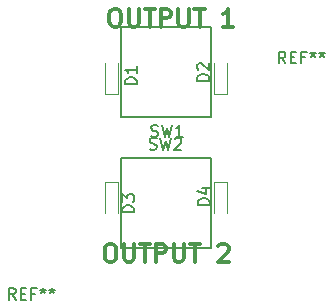
<source format=gto>
G04 #@! TF.FileFunction,Legend,Top*
%FSLAX46Y46*%
G04 Gerber Fmt 4.6, Leading zero omitted, Abs format (unit mm)*
G04 Created by KiCad (PCBNEW 4.0.7) date 03/02/18 21:06:54*
%MOMM*%
%LPD*%
G01*
G04 APERTURE LIST*
%ADD10C,0.100000*%
%ADD11C,0.300000*%
%ADD12C,0.120000*%
%ADD13C,0.150000*%
G04 APERTURE END LIST*
D10*
D11*
X130353623Y-103826051D02*
X130639337Y-103826051D01*
X130782195Y-103897480D01*
X130925052Y-104040337D01*
X130996480Y-104326051D01*
X130996480Y-104826051D01*
X130925052Y-105111766D01*
X130782195Y-105254623D01*
X130639337Y-105326051D01*
X130353623Y-105326051D01*
X130210766Y-105254623D01*
X130067909Y-105111766D01*
X129996480Y-104826051D01*
X129996480Y-104326051D01*
X130067909Y-104040337D01*
X130210766Y-103897480D01*
X130353623Y-103826051D01*
X131639338Y-103826051D02*
X131639338Y-105040337D01*
X131710766Y-105183194D01*
X131782195Y-105254623D01*
X131925052Y-105326051D01*
X132210766Y-105326051D01*
X132353624Y-105254623D01*
X132425052Y-105183194D01*
X132496481Y-105040337D01*
X132496481Y-103826051D01*
X132996481Y-103826051D02*
X133853624Y-103826051D01*
X133425053Y-105326051D02*
X133425053Y-103826051D01*
X134353624Y-105326051D02*
X134353624Y-103826051D01*
X134925052Y-103826051D01*
X135067910Y-103897480D01*
X135139338Y-103968909D01*
X135210767Y-104111766D01*
X135210767Y-104326051D01*
X135139338Y-104468909D01*
X135067910Y-104540337D01*
X134925052Y-104611766D01*
X134353624Y-104611766D01*
X135853624Y-103826051D02*
X135853624Y-105040337D01*
X135925052Y-105183194D01*
X135996481Y-105254623D01*
X136139338Y-105326051D01*
X136425052Y-105326051D01*
X136567910Y-105254623D01*
X136639338Y-105183194D01*
X136710767Y-105040337D01*
X136710767Y-103826051D01*
X137210767Y-103826051D02*
X138067910Y-103826051D01*
X137639339Y-105326051D02*
X137639339Y-103826051D01*
X139639338Y-103968909D02*
X139710767Y-103897480D01*
X139853624Y-103826051D01*
X140210767Y-103826051D01*
X140353624Y-103897480D01*
X140425053Y-103968909D01*
X140496481Y-104111766D01*
X140496481Y-104254623D01*
X140425053Y-104468909D01*
X139567910Y-105326051D01*
X140496481Y-105326051D01*
X130753623Y-83926051D02*
X131039337Y-83926051D01*
X131182195Y-83997480D01*
X131325052Y-84140337D01*
X131396480Y-84426051D01*
X131396480Y-84926051D01*
X131325052Y-85211766D01*
X131182195Y-85354623D01*
X131039337Y-85426051D01*
X130753623Y-85426051D01*
X130610766Y-85354623D01*
X130467909Y-85211766D01*
X130396480Y-84926051D01*
X130396480Y-84426051D01*
X130467909Y-84140337D01*
X130610766Y-83997480D01*
X130753623Y-83926051D01*
X132039338Y-83926051D02*
X132039338Y-85140337D01*
X132110766Y-85283194D01*
X132182195Y-85354623D01*
X132325052Y-85426051D01*
X132610766Y-85426051D01*
X132753624Y-85354623D01*
X132825052Y-85283194D01*
X132896481Y-85140337D01*
X132896481Y-83926051D01*
X133396481Y-83926051D02*
X134253624Y-83926051D01*
X133825053Y-85426051D02*
X133825053Y-83926051D01*
X134753624Y-85426051D02*
X134753624Y-83926051D01*
X135325052Y-83926051D01*
X135467910Y-83997480D01*
X135539338Y-84068909D01*
X135610767Y-84211766D01*
X135610767Y-84426051D01*
X135539338Y-84568909D01*
X135467910Y-84640337D01*
X135325052Y-84711766D01*
X134753624Y-84711766D01*
X136253624Y-83926051D02*
X136253624Y-85140337D01*
X136325052Y-85283194D01*
X136396481Y-85354623D01*
X136539338Y-85426051D01*
X136825052Y-85426051D01*
X136967910Y-85354623D01*
X137039338Y-85283194D01*
X137110767Y-85140337D01*
X137110767Y-83926051D01*
X137610767Y-83926051D02*
X138467910Y-83926051D01*
X138039339Y-85426051D02*
X138039339Y-83926051D01*
X140896481Y-85426051D02*
X140039338Y-85426051D01*
X140467910Y-85426051D02*
X140467910Y-83926051D01*
X140325053Y-84140337D01*
X140182195Y-84283194D01*
X140039338Y-84354623D01*
D12*
X130046480Y-91087480D02*
X131146480Y-91087480D01*
X131146480Y-91087480D02*
X131146480Y-88487480D01*
X130046480Y-91087480D02*
X130046480Y-88487480D01*
X139296480Y-91087480D02*
X140396480Y-91087480D01*
X140396480Y-91087480D02*
X140396480Y-88487480D01*
X139296480Y-91087480D02*
X139296480Y-88487480D01*
X131146480Y-98597480D02*
X130046480Y-98597480D01*
X130046480Y-98597480D02*
X130046480Y-101197480D01*
X131146480Y-98597480D02*
X131146480Y-101197480D01*
X140396480Y-98597480D02*
X139296480Y-98597480D01*
X139296480Y-98597480D02*
X139296480Y-101197480D01*
X140396480Y-98597480D02*
X140396480Y-101197480D01*
D13*
X139026480Y-85477480D02*
X131406480Y-85477480D01*
X131406480Y-85477480D02*
X131406480Y-93097480D01*
X131406480Y-93097480D02*
X139026480Y-93097480D01*
X139026480Y-93097480D02*
X139026480Y-85477480D01*
X131406480Y-104207480D02*
X139026480Y-104207480D01*
X139026480Y-104207480D02*
X139026480Y-96587480D01*
X139026480Y-96587480D02*
X131406480Y-96587480D01*
X131406480Y-96587480D02*
X131406480Y-104207480D01*
X132713861Y-90295574D02*
X131713861Y-90295574D01*
X131713861Y-90057479D01*
X131761480Y-89914621D01*
X131856718Y-89819383D01*
X131951956Y-89771764D01*
X132142432Y-89724145D01*
X132285290Y-89724145D01*
X132475766Y-89771764D01*
X132571004Y-89819383D01*
X132666242Y-89914621D01*
X132713861Y-90057479D01*
X132713861Y-90295574D01*
X132713861Y-88771764D02*
X132713861Y-89343193D01*
X132713861Y-89057479D02*
X131713861Y-89057479D01*
X131856718Y-89152717D01*
X131951956Y-89247955D01*
X131999575Y-89343193D01*
X138848861Y-90025575D02*
X137848861Y-90025575D01*
X137848861Y-89787480D01*
X137896480Y-89644622D01*
X137991718Y-89549384D01*
X138086956Y-89501765D01*
X138277432Y-89454146D01*
X138420290Y-89454146D01*
X138610766Y-89501765D01*
X138706004Y-89549384D01*
X138801242Y-89644622D01*
X138848861Y-89787480D01*
X138848861Y-90025575D01*
X137944099Y-89073194D02*
X137896480Y-89025575D01*
X137848861Y-88930337D01*
X137848861Y-88692241D01*
X137896480Y-88597003D01*
X137944099Y-88549384D01*
X138039337Y-88501765D01*
X138134575Y-88501765D01*
X138277432Y-88549384D01*
X138848861Y-89120813D01*
X138848861Y-88501765D01*
X132498861Y-101135575D02*
X131498861Y-101135575D01*
X131498861Y-100897480D01*
X131546480Y-100754622D01*
X131641718Y-100659384D01*
X131736956Y-100611765D01*
X131927432Y-100564146D01*
X132070290Y-100564146D01*
X132260766Y-100611765D01*
X132356004Y-100659384D01*
X132451242Y-100754622D01*
X132498861Y-100897480D01*
X132498861Y-101135575D01*
X131498861Y-100230813D02*
X131498861Y-99611765D01*
X131879813Y-99945099D01*
X131879813Y-99802241D01*
X131927432Y-99707003D01*
X131975051Y-99659384D01*
X132070290Y-99611765D01*
X132308385Y-99611765D01*
X132403623Y-99659384D01*
X132451242Y-99707003D01*
X132498861Y-99802241D01*
X132498861Y-100087956D01*
X132451242Y-100183194D01*
X132403623Y-100230813D01*
X138893861Y-100535574D02*
X137893861Y-100535574D01*
X137893861Y-100297479D01*
X137941480Y-100154621D01*
X138036718Y-100059383D01*
X138131956Y-100011764D01*
X138322432Y-99964145D01*
X138465290Y-99964145D01*
X138655766Y-100011764D01*
X138751004Y-100059383D01*
X138846242Y-100154621D01*
X138893861Y-100297479D01*
X138893861Y-100535574D01*
X138227194Y-99107002D02*
X138893861Y-99107002D01*
X137846242Y-99345098D02*
X138560528Y-99583193D01*
X138560528Y-98964145D01*
X133939147Y-94700242D02*
X134082004Y-94747861D01*
X134320100Y-94747861D01*
X134415338Y-94700242D01*
X134462957Y-94652623D01*
X134510576Y-94557385D01*
X134510576Y-94462147D01*
X134462957Y-94366909D01*
X134415338Y-94319290D01*
X134320100Y-94271670D01*
X134129623Y-94224051D01*
X134034385Y-94176432D01*
X133986766Y-94128813D01*
X133939147Y-94033575D01*
X133939147Y-93938337D01*
X133986766Y-93843099D01*
X134034385Y-93795480D01*
X134129623Y-93747861D01*
X134367719Y-93747861D01*
X134510576Y-93795480D01*
X134843909Y-93747861D02*
X135082004Y-94747861D01*
X135272481Y-94033575D01*
X135462957Y-94747861D01*
X135701052Y-93747861D01*
X136605814Y-94747861D02*
X136034385Y-94747861D01*
X136320099Y-94747861D02*
X136320099Y-93747861D01*
X136224861Y-93890718D01*
X136129623Y-93985956D01*
X136034385Y-94033575D01*
X133827147Y-95794242D02*
X133970004Y-95841861D01*
X134208100Y-95841861D01*
X134303338Y-95794242D01*
X134350957Y-95746623D01*
X134398576Y-95651385D01*
X134398576Y-95556147D01*
X134350957Y-95460909D01*
X134303338Y-95413290D01*
X134208100Y-95365670D01*
X134017623Y-95318051D01*
X133922385Y-95270432D01*
X133874766Y-95222813D01*
X133827147Y-95127575D01*
X133827147Y-95032337D01*
X133874766Y-94937099D01*
X133922385Y-94889480D01*
X134017623Y-94841861D01*
X134255719Y-94841861D01*
X134398576Y-94889480D01*
X134731909Y-94841861D02*
X134970004Y-95841861D01*
X135160481Y-95127575D01*
X135350957Y-95841861D01*
X135589052Y-94841861D01*
X135922385Y-94937099D02*
X135970004Y-94889480D01*
X136065242Y-94841861D01*
X136303338Y-94841861D01*
X136398576Y-94889480D01*
X136446195Y-94937099D01*
X136493814Y-95032337D01*
X136493814Y-95127575D01*
X136446195Y-95270432D01*
X135874766Y-95841861D01*
X136493814Y-95841861D01*
X145313147Y-88539861D02*
X144979813Y-88063670D01*
X144741718Y-88539861D02*
X144741718Y-87539861D01*
X145122671Y-87539861D01*
X145217909Y-87587480D01*
X145265528Y-87635099D01*
X145313147Y-87730337D01*
X145313147Y-87873194D01*
X145265528Y-87968432D01*
X145217909Y-88016051D01*
X145122671Y-88063670D01*
X144741718Y-88063670D01*
X145741718Y-88016051D02*
X146075052Y-88016051D01*
X146217909Y-88539861D02*
X145741718Y-88539861D01*
X145741718Y-87539861D01*
X146217909Y-87539861D01*
X146979814Y-88016051D02*
X146646480Y-88016051D01*
X146646480Y-88539861D02*
X146646480Y-87539861D01*
X147122671Y-87539861D01*
X147646480Y-87539861D02*
X147646480Y-87777956D01*
X147408385Y-87682718D02*
X147646480Y-87777956D01*
X147884576Y-87682718D01*
X147503623Y-87968432D02*
X147646480Y-87777956D01*
X147789338Y-87968432D01*
X148408385Y-87539861D02*
X148408385Y-87777956D01*
X148170290Y-87682718D02*
X148408385Y-87777956D01*
X148646481Y-87682718D01*
X148265528Y-87968432D02*
X148408385Y-87777956D01*
X148551243Y-87968432D01*
X122463147Y-108549861D02*
X122129813Y-108073670D01*
X121891718Y-108549861D02*
X121891718Y-107549861D01*
X122272671Y-107549861D01*
X122367909Y-107597480D01*
X122415528Y-107645099D01*
X122463147Y-107740337D01*
X122463147Y-107883194D01*
X122415528Y-107978432D01*
X122367909Y-108026051D01*
X122272671Y-108073670D01*
X121891718Y-108073670D01*
X122891718Y-108026051D02*
X123225052Y-108026051D01*
X123367909Y-108549861D02*
X122891718Y-108549861D01*
X122891718Y-107549861D01*
X123367909Y-107549861D01*
X124129814Y-108026051D02*
X123796480Y-108026051D01*
X123796480Y-108549861D02*
X123796480Y-107549861D01*
X124272671Y-107549861D01*
X124796480Y-107549861D02*
X124796480Y-107787956D01*
X124558385Y-107692718D02*
X124796480Y-107787956D01*
X125034576Y-107692718D01*
X124653623Y-107978432D02*
X124796480Y-107787956D01*
X124939338Y-107978432D01*
X125558385Y-107549861D02*
X125558385Y-107787956D01*
X125320290Y-107692718D02*
X125558385Y-107787956D01*
X125796481Y-107692718D01*
X125415528Y-107978432D02*
X125558385Y-107787956D01*
X125701243Y-107978432D01*
M02*

</source>
